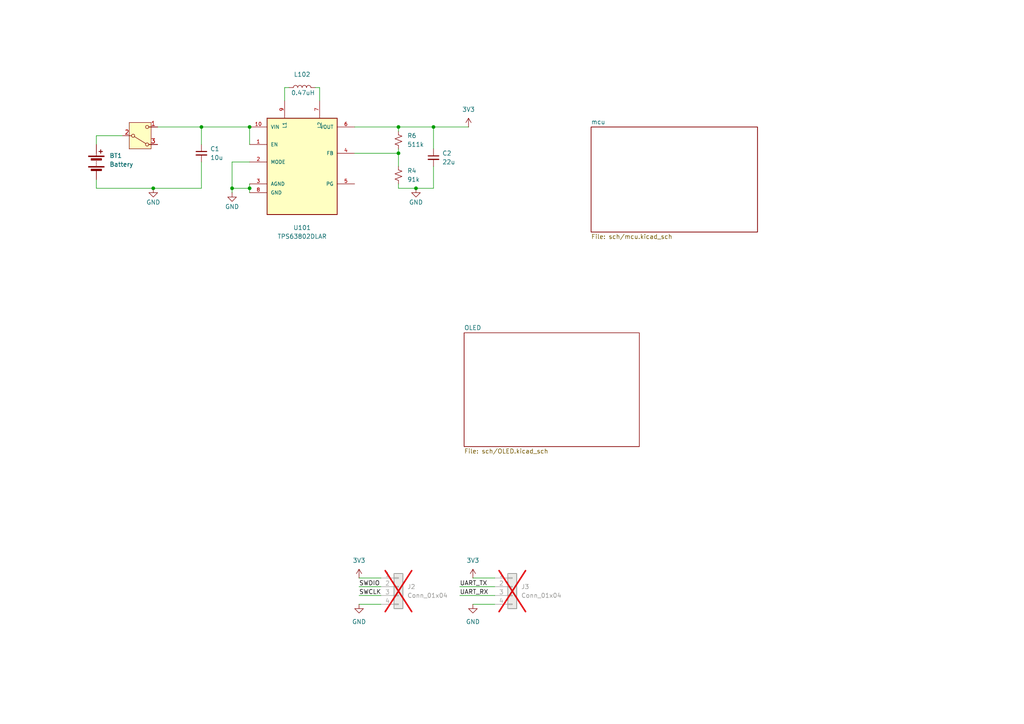
<source format=kicad_sch>
(kicad_sch (version 20250114) (generator "eeschema") (generator_version "9.0")
  (paper "A4")
  (lib_symbols
    (symbol "Bongo-Cat-Fidget-Toy:TPS63802DLAR" (pin_names (offset 1.016))
      (property "Reference" "U" (at -10.16 13.97 0))
      (property "Value" "TPS63802DLAR" (at -10.16 -16.51 0))
      (symbol "TPS63802DLAR_0_0"
        (rectangle (start -10.16 -15.24) (end 10.16 12.7) (stroke (width 0.254)) (fill (type background)))
        (pin input line (at -15.24 10.16 0) (length 5.08) (name "VIN") (number "10"))
        (pin input line (at -15.24 5.08 0) (length 5.08) (name "EN") (number "1"))
        (pin input line (at -15.24 0 0) (length 5.08) (name "MODE") (number "2"))
        (pin power_in line (at -15.24 -6.35 0) (length 5.08) (name "AGND") (number "3"))
        (pin power_in line (at -15.24 -8.89 0) (length 5.08) (name "GND") (number "8"))
        (pin passive line (at -5.08 17.78 270) (length 5.08) (name "L1") (number "9"))
        (pin passive line (at 5.08 17.78 270) (length 5.08) (name "L2") (number "7"))
        (pin output line (at 15.24 10.16 180) (length 5.08) (name "VOUT") (number "6"))
        (pin input line (at 15.24 2.54 180) (length 5.08) (name "FB") (number "4"))
        (pin output line (at 15.24 -6.35 180) (length 5.08) (name "PG") (number "5"))
      )
    )
    (symbol "Connector:USB_C_Receptacle_USB2.0" (pin_names (offset 1.016))
      (property "Reference" "J" (at -10.16 19.05 0))
      (property "Value" "USB_C_Receptacle_USB2.0" (at 19.05 19.05 0))
      (symbol "USB_C_Receptacle_USB2.0_0_0"
        (rectangle (start -0.254 -17.78) (end 0.254 -16.764))
        (rectangle (start 10.16 15.494) (end 9.144 14.986))
        (rectangle (start 10.16 10.414) (end 9.144 9.906))
        (rectangle (start 10.16 7.874) (end 9.144 7.366))
        (rectangle (start 10.16 2.794) (end 9.144 2.286))
        (rectangle (start 10.16 0.254) (end 9.144 -0.254))
        (rectangle (start 10.16 -2.286) (end 9.144 -2.794))
        (rectangle (start 10.16 -4.826) (end 9.144 -5.334))
        (rectangle (start 10.16 -12.446) (end 9.144 -12.954))
        (rectangle (start 10.16 -14.986) (end 9.144 -15.494))
      )
      (symbol "USB_C_Receptacle_USB2.0_0_1"
        (rectangle (start -10.16 17.78) (end 10.16 -17.78) (stroke (width 0.254)) (fill (type background)))
        (polyline (pts (xy -8.89 -3.81) (xy -8.89 3.81)) (stroke (width 0.508)))
        (rectangle (start -7.62 -3.81) (end -6.35 3.81) (stroke (width 0.254)) (fill (type outline)))
        (arc (start -7.62 3.81) (mid -6.985 4.4423) (end -6.35 3.81) (stroke (width 0.254)))
        (arc (start -7.62 3.81) (mid -6.985 4.4423) (end -6.35 3.81) (stroke (width 0.254)) (fill (type outline)))
        (arc (start -8.89 3.81) (mid -6.985 5.7067) (end -5.08 3.81) (stroke (width 0.508)))
        (arc (start -5.08 -3.81) (mid -6.985 -5.7067) (end -8.89 -3.81) (stroke (width 0.508)))
        (arc (start -6.35 -3.81) (mid -6.985 -4.4423) (end -7.62 -3.81) (stroke (width 0.254)))
        (arc (start -6.35 -3.81) (mid -6.985 -4.4423) (end -7.62 -3.81) (stroke (width 0.254)) (fill (type outline)))
        (polyline (pts (xy -5.08 3.81) (xy -5.08 -3.81)) (stroke (width 0.508)))
        (circle (center -2.54 1.143) (radius 0.635) (stroke (width 0.254)) (fill (type outline)))
        (polyline (pts (xy -1.27 4.318) (xy 0 6.858) (xy 1.27 4.318) (xy -1.27 4.318)) (stroke (width 0.254)) (fill (type outline)))
        (polyline (pts (xy 0 -2.032) (xy 2.54 0.508) (xy 2.54 1.778)) (stroke (width 0.508)))
        (polyline (pts (xy 0 -3.302) (xy -2.54 -0.762) (xy -2.54 0.508)) (stroke (width 0.508)))
        (polyline (pts (xy 0 -5.842) (xy 0 4.318)) (stroke (width 0.508)))
        (circle (center 0 -5.842) (radius 1.27) (fill (type outline)))
        (rectangle (start 1.905 1.778) (end 3.175 3.048) (stroke (width 0.254)) (fill (type outline)))
      )
      (symbol "USB_C_Receptacle_USB2.0_1_1"
        (pin passive line (at -7.62 -22.86 90) (length 5.08) (name "SHIELD") (number "S1"))
        (pin passive line (at 0 -22.86 90) (length 5.08) (name "GND") (number "A1"))
        (pin passive line (at 0 -22.86 90) (length 5.08) (hide yes) (name "GND") (number "A12"))
        (pin passive line (at 0 -22.86 90) (length 5.08) (hide yes) (name "GND") (number "B1"))
        (pin passive line (at 0 -22.86 90) (length 5.08) (hide yes) (name "GND") (number "B12"))
        (pin passive line (at 15.24 15.24 180) (length 5.08) (name "VBUS") (number "A4"))
        (pin passive line (at 15.24 15.24 180) (length 5.08) (hide yes) (name "VBUS") (number "A9"))
        (pin passive line (at 15.24 15.24 180) (length 5.08) (hide yes) (name "VBUS") (number "B4"))
        (pin passive line (at 15.24 15.24 180) (length 5.08) (hide yes) (name "VBUS") (number "B9"))
        (pin bidirectional line (at 15.24 10.16 180) (length 5.08) (name "CC1") (number "A5"))
        (pin bidirectional line (at 15.24 7.62 180) (length 5.08) (name "CC2") (number "B5"))
        (pin bidirectional line (at 15.24 2.54 180) (length 5.08) (name "D-") (number "A7"))
        (pin bidirectional line (at 15.24 0 180) (length 5.08) (name "D-") (number "B7"))
        (pin bidirectional line (at 15.24 -2.54 180) (length 5.08) (name "D+") (number "A6"))
        (pin bidirectional line (at 15.24 -5.08 180) (length 5.08) (name "D+") (number "B6"))
        (pin bidirectional line (at 15.24 -12.7 180) (length 5.08) (name "SBU1") (number "A8"))
        (pin bidirectional line (at 15.24 -15.24 180) (length 5.08) (name "SBU2") (number "B8"))
      )
    )
    (symbol "Connector_Generic:Conn_01x04" (pin_names (offset 1.016) (hide yes))
      (property "Reference" "J" (at 0 5.08 0))
      (property "Value" "Conn_01x04" (at 0 -7.62 0))
      (symbol "Conn_01x04_1_1"
        (rectangle (start -1.27 3.81) (end 1.27 -6.35) (stroke (width 0.254)) (fill (type background)))
        (rectangle (start -1.27 2.667) (end 0 2.413) (stroke (width 0.1524)))
        (rectangle (start -1.27 0.127) (end 0 -0.127) (stroke (width 0.1524)))
        (rectangle (start -1.27 -2.413) (end 0 -2.667) (stroke (width 0.1524)))
        (rectangle (start -1.27 -4.953) (end 0 -5.207) (stroke (width 0.1524)))
        (pin passive line (at -5.08 2.54 0) (length 3.81) (name "Pin_1") (number "1"))
        (pin passive line (at -5.08 0 0) (length 3.81) (name "Pin_2") (number "2"))
        (pin passive line (at -5.08 -2.54 0) (length 3.81) (name "Pin_3") (number "3"))
        (pin passive line (at -5.08 -5.08 0) (length 3.81) (name "Pin_4") (number "4"))
      )
    )
    (symbol "Device:Battery" (pin_numbers (hide yes)) (pin_names (offset 0) (hide yes))
      (property "Reference" "BT" (at 2.54 2.54 0))
      (property "Value" "Battery" (at 2.54 0 0))
      (symbol "Battery_0_1"
        (rectangle (start -2.286 1.778) (end 2.286 1.524) (fill (type outline)))
        (rectangle (start -2.286 -1.27) (end 2.286 -1.524) (fill (type outline)))
        (rectangle (start -1.524 1.016) (end 1.524 0.508) (fill (type outline)))
        (rectangle (start -1.524 -2.032) (end 1.524 -2.54) (fill (type outline)))
        (polyline (pts (xy 0 1.778) (xy 0 2.54)))
        (polyline (pts (xy 0 0) (xy 0 0.254)))
        (polyline (pts (xy 0 -0.508) (xy 0 -0.254)))
        (polyline (pts (xy 0 -1.016) (xy 0 -0.762)))
        (polyline (pts (xy 0.762 3.048) (xy 1.778 3.048)) (stroke (width 0.254)))
        (polyline (pts (xy 1.27 3.556) (xy 1.27 2.54)) (stroke (width 0.254)))
      )
      (symbol "Battery_1_1"
        (pin passive line (at 0 5.08 270) (length 2.54) (name "+") (number "1"))
        (pin passive line (at 0 -5.08 90) (length 2.54) (name "-") (number "2"))
      )
    )
    (symbol "Device:C_Small" (pin_numbers (hide yes)) (pin_names (offset 0.254) (hide yes))
      (property "Reference" "C" (at 0.254 1.778 0))
      (property "Value" "C_Small" (at 0.254 -2.032 0))
      (symbol "C_Small_0_1"
        (polyline (pts (xy -1.524 0.508) (xy 1.524 0.508)) (stroke (width 0.3048)))
        (polyline (pts (xy -1.524 -0.508) (xy 1.524 -0.508)) (stroke (width 0.3302)))
      )
      (symbol "C_Small_1_1"
        (pin passive line (at 0 2.54 270) (length 2.032) (name "~") (number "1"))
        (pin passive line (at 0 -2.54 90) (length 2.032) (name "~") (number "2"))
      )
    )
    (symbol "Device:D_Schottky" (pin_numbers (hide yes)) (pin_names (offset 1.016) (hide yes))
      (property "Reference" "D" (at 0 2.54 0))
      (property "Value" "D_Schottky" (at 0 -2.54 0))
      (symbol "D_Schottky_0_1"
        (polyline (pts (xy -1.905 0.635) (xy -1.905 1.27) (xy -1.27 1.27) (xy -1.27 -1.27) (xy -0.635 -1.27) (xy -0.635 -0.635)) (stroke (width 0.254)))
        (polyline (pts (xy 1.27 1.27) (xy 1.27 -1.27) (xy -1.27 0) (xy 1.27 1.27)) (stroke (width 0.254)))
        (polyline (pts (xy 1.27 0) (xy -1.27 0)))
      )
      (symbol "D_Schottky_1_1"
        (pin passive line (at -3.81 0 0) (length 2.54) (name "K") (number "1"))
        (pin passive line (at 3.81 0 180) (length 2.54) (name "A") (number "2"))
      )
    )
    (symbol "Device:L" (pin_numbers (hide yes)) (pin_names (offset 1.016) (hide yes))
      (property "Reference" "L" (at -1.27 0 90))
      (property "Value" "L" (at 1.905 0 90))
      (symbol "L_0_1"
        (arc (start 0 2.54) (mid 0.6323 1.905) (end 0 1.27))
        (arc (start 0 1.27) (mid 0.6323 0.635) (end 0 0))
        (arc (start 0 0) (mid 0.6323 -0.635) (end 0 -1.27))
        (arc (start 0 -1.27) (mid 0.6323 -1.905) (end 0 -2.54))
      )
      (symbol "L_1_1"
        (pin passive line (at 0 3.81 270) (length 1.27) (name "1") (number "1"))
        (pin passive line (at 0 -3.81 90) (length 1.27) (name "2") (number "2"))
      )
    )
    (symbol "Device:Q_PMOS_GSD" (pin_names (offset 0) (hide yes))
      (property "Reference" "Q" (at 5.08 1.27 0))
      (property "Value" "Q_PMOS_GSD" (at 5.08 -1.27 0))
      (symbol "Q_PMOS_GSD_0_1"
        (polyline (pts (xy 0.254 1.905) (xy 0.254 -1.905)) (stroke (width 0.254)))
        (polyline (pts (xy 0.254 0) (xy -2.54 0)))
        (polyline (pts (xy 0.762 2.286) (xy 0.762 1.27)) (stroke (width 0.254)))
        (polyline (pts (xy 0.762 1.778) (xy 3.302 1.778) (xy 3.302 -1.778) (xy 0.762 -1.778)))
        (polyline (pts (xy 0.762 0.508) (xy 0.762 -0.508)) (stroke (width 0.254)))
        (polyline (pts (xy 0.762 -1.27) (xy 0.762 -2.286)) (stroke (width 0.254)))
        (circle (center 1.651 0) (radius 2.794) (stroke (width 0.254)))
        (polyline (pts (xy 2.286 0) (xy 1.27 0.381) (xy 1.27 -0.381) (xy 2.286 0)) (fill (type outline)))
        (polyline (pts (xy 2.54 2.54) (xy 2.54 1.778)))
        (circle (center 2.54 1.778) (radius 0.254) (fill (type outline)))
        (circle (center 2.54 -1.778) (radius 0.254) (fill (type outline)))
        (polyline (pts (xy 2.54 -2.54) (xy 2.54 0) (xy 0.762 0)))
        (polyline (pts (xy 2.794 -0.508) (xy 2.921 -0.381) (xy 3.683 -0.381) (xy 3.81 -0.254)))
        (polyline (pts (xy 3.302 -0.381) (xy 2.921 0.254) (xy 3.683 0.254) (xy 3.302 -0.381)))
      )
      (symbol "Q_PMOS_GSD_1_1"
        (pin input line (at -5.08 0 0) (length 2.54) (name "G") (number "1"))
        (pin passive line (at 2.54 5.08 270) (length 2.54) (name "D") (number "3"))
        (pin passive line (at 2.54 -5.08 90) (length 2.54) (name "S") (number "2"))
      )
    )
    (symbol "Device:R" (pin_numbers (hide yes)) (pin_names (offset 0))
      (property "Reference" "R" (at 2.032 0 90))
      (property "Value" "R" (at 0 0 90))
      (symbol "R_0_1"
        (rectangle (start -1.016 -2.54) (end 1.016 2.54) (stroke (width 0.254)))
      )
      (symbol "R_1_1"
        (pin passive line (at 0 3.81 270) (length 1.27) (name "~") (number "1"))
        (pin passive line (at 0 -3.81 90) (length 1.27) (name "~") (number "2"))
      )
    )
    (symbol "Device:R_Small_US" (pin_numbers (hide yes)) (pin_names (offset 0.254) (hide yes))
      (property "Reference" "R" (at 0.762 0.508 0))
      (property "Value" "R_Small_US" (at 0.762 -1.016 0))
      (symbol "R_Small_US_1_1"
        (polyline (pts (xy 0 1.524) (xy 1.016 1.143) (xy 0 0.762) (xy -1.016 0.381) (xy 0 0)))
        (polyline (pts (xy 0 0) (xy 1.016 -0.381) (xy 0 -0.762) (xy -1.016 -1.143) (xy 0 -1.524)))
        (pin passive line (at 0 2.54 270) (length 1.016) (name "~") (number "1"))
        (pin passive line (at 0 -2.54 90) (length 1.016) (name "~") (number "2"))
      )
    )
    (symbol "Power_Protection:USBLC6-2P6" (pin_names (hide yes))
      (property "Reference" "U" (at 0.635 5.715 0))
      (property "Value" "USBLC6-2P6" (at 0.635 3.81 0))
      (symbol "USBLC6-2P6_0_0"
        (circle (center -1.524 0) (radius 0.0001) (stroke (width 0.508)))
        (circle (center -0.508 2.032) (radius 0.0001) (stroke (width 0.508)))
        (circle (center -0.508 -4.572) (radius 0.0001) (stroke (width 0.508)))
        (circle (center 0.508 2.032) (radius 0.0001) (stroke (width 0.508)))
        (circle (center 0.508 -4.572) (radius 0.0001) (stroke (width 0.508)))
        (circle (center 1.524 -2.54) (radius 0.0001) (stroke (width 0.508)))
      )
      (symbol "USBLC6-2P6_0_1"
        (polyline (pts (xy -2.54 0) (xy 2.54 0)))
        (polyline (pts (xy -2.54 -2.54) (xy 2.54 -2.54)))
        (polyline (pts (xy -2.032 0.508) (xy -1.016 0.508) (xy -1.524 1.524) (xy -2.032 0.508)))
        (polyline (pts (xy -2.032 -3.048) (xy -1.016 -3.048)))
        (polyline (pts (xy -1.016 1.524) (xy -2.032 1.524)))
        (polyline (pts (xy -1.016 -4.064) (xy -2.032 -4.064) (xy -1.524 -3.048) (xy -1.016 -4.064)))
        (polyline (pts (xy -0.508 -1.143) (xy -0.508 -0.762) (xy 0.508 -0.762)))
        (polyline (pts (xy 0 2.54) (xy -0.508 2.032) (xy 0.508 2.032) (xy 0 1.524) (xy 0 -4.064) (xy -0.508 -4.572) (xy 0.508 -4.572) (xy 0 -5.08)))
        (polyline (pts (xy 0.508 -1.778) (xy -0.508 -1.778) (xy 0 -0.762) (xy 0.508 -1.778)))
        (polyline (pts (xy 1.016 1.524) (xy 2.032 1.524)))
        (polyline (pts (xy 1.016 -3.048) (xy 2.032 -3.048)))
        (polyline (pts (xy 2.032 0.508) (xy 1.016 0.508) (xy 1.524 1.524) (xy 2.032 0.508)))
        (polyline (pts (xy 2.032 -4.064) (xy 1.016 -4.064) (xy 1.524 -3.048) (xy 2.032 -4.064)))
      )
      (symbol "USBLC6-2P6_1_1"
        (rectangle (start -2.54 2.794) (end 2.54 -5.334) (stroke (width 0.254)) (fill (type background)))
        (polyline (pts (xy -0.508 2.032) (xy -1.524 2.032) (xy -1.524 -4.572) (xy -0.508 -4.572)))
        (polyline (pts (xy 0.508 -4.572) (xy 1.524 -4.572) (xy 1.524 2.032) (xy 0.508 2.032)))
        (pin passive line (at -5.08 0 0) (length 2.54) (name "I/O1") (number "1"))
        (pin passive line (at -5.08 -2.54 0) (length 2.54) (name "I/O2") (number "3"))
        (pin passive line (at 0 5.08 270) (length 2.54) (name "VBUS") (number "5"))
        (pin passive line (at 0 -7.62 90) (length 2.54) (name "GND") (number "2"))
        (pin passive line (at 5.08 0 180) (length 2.54) (name "I/O1") (number "6"))
        (pin passive line (at 5.08 -2.54 180) (length 2.54) (name "I/O2") (number "4"))
      )
    )
    (symbol "Switch:SW_SPDT_321" (pin_names (offset 1) (hide yes))
      (property "Reference" "SW" (at 0 5.08 0))
      (property "Value" "SW_SPDT_321" (at 0 -5.08 0))
      (symbol "SW_SPDT_321_0_1"
        (circle (center -2.032 0) (radius 0.4572))
        (polyline (pts (xy -1.651 0.254) (xy 1.651 2.286)))
        (circle (center 2.032 2.54) (radius 0.4572))
        (circle (center 2.032 -2.54) (radius 0.4572))
      )
      (symbol "SW_SPDT_321_1_1"
        (rectangle (start -3.175 3.81) (end 3.175 -3.81) (fill (type background)))
        (pin passive line (at -5.08 0 0) (length 2.54) (name "B") (number "2"))
        (pin passive line (at 5.08 2.54 180) (length 2.54) (name "A") (number "3"))
        (pin passive line (at 5.08 -2.54 180) (length 2.54) (name "C") (number "1"))
      )
    )
    (symbol "power:+3.3V" (power) (pin_numbers (hide yes)) (pin_names (offset 0) (hide yes))
      (property "Value" "+3.3V" (at 0 3.556 0))
      (symbol "+3.3V_0_1"
        (polyline (pts (xy -0.762 1.27) (xy 0 2.54)))
        (polyline (pts (xy 0 2.54) (xy 0.762 1.27)))
        (polyline (pts (xy 0 0) (xy 0 2.54)))
      )
      (symbol "+3.3V_1_1"
        (pin power_in line (at 0 0 90) (length 0) (name "~") (number "1"))
      )
    )
    (symbol "power:+BATT" (power) (pin_numbers (hide yes)) (pin_names (offset 0) (hide yes))
      (property "Value" "+BATT" (at 0 3.556 0))
      (symbol "+BATT_0_1"
        (polyline (pts (xy -0.762 1.27) (xy 0 2.54)))
        (polyline (pts (xy 0 2.54) (xy 0.762 1.27)))
        (polyline (pts (xy 0 0) (xy 0 2.54)))
      )
      (symbol "+BATT_1_1"
        (pin power_in line (at 0 0 90) (length 0) (name "~") (number "1"))
      )
    )
    (symbol "power:GND" (power) (pin_numbers (hide yes)) (pin_names (offset 0) (hide yes))
      (property "Value" "GND" (at 0 -3.81 0))
      (symbol "GND_0_1"
        (polyline (pts (xy 0 0) (xy 0 -1.27) (xy 1.27 -1.27) (xy 0 -2.54) (xy -1.27 -1.27) (xy 0 -1.27)))
      )
      (symbol "GND_1_1"
        (pin power_in line (at 0 0 270) (length 0) (name "~") (number "1"))
      )
    )
    (symbol "power:VBUS" (power) (pin_numbers (hide yes)) (pin_names (offset 0) (hide yes))
      (property "Value" "VBUS" (at 0 3.556 0))
      (symbol "VBUS_0_1"
        (polyline (pts (xy -0.762 1.27) (xy 0 2.54)))
        (polyline (pts (xy 0 2.54) (xy 0.762 1.27)))
        (polyline (pts (xy 0 0) (xy 0 2.54)))
      )
      (symbol "VBUS_1_1"
        (pin power_in line (at 0 0 90) (length 0) (name "~") (number "1"))
      )
    )
  )
  (junction (at 120.65 54.61))
  (junction (at 115.57 44.45))
  (junction (at 44.45 54.61))
  (junction (at 58.42 36.83))
  (junction (at 125.73 36.83))
  (junction (at 115.57 36.83))
  (junction (at -10.16 29.21))
  (junction (at 72.39 36.83))
  (junction (at -20.32 40.64))
  (junction (at 72.39 54.61))
  (junction (at 67.31 54.61))
  (junction (at -20.32 35.56))
  (junction (at 44.45 -43.18))
  (junction (at -10.16 40.64))
  (junction (at 44.45 -48.26))
  (wire (pts (xy 92.71 25.4) (xy 92.71 29.21)))
  (wire (pts (xy 115.57 43.18) (xy 115.57 44.45)))
  (wire (pts (xy 104.14 -41.91) (xy 114.3 -41.91)))
  (wire (pts (xy 29.21 -22.86) (xy 29.21 -20.32)))
  (wire (pts (xy 72.39 -55.88) (xy 72.39 -53.34)))
  (wire (pts (xy 58.42 46.99) (xy 58.42 54.61)))
  (wire (pts (xy 99.06 -52.07) (xy 99.06 -49.53)))
  (wire (pts (xy 44.45 -60.96) (xy 50.8 -60.96)))
  (wire (pts (xy 120.65 54.61) (xy 125.73 54.61)))
  (wire (pts (xy 67.31 46.99) (xy 72.39 46.99)))
  (wire (pts (xy 58.42 36.83) (xy 72.39 36.83)))
  (wire (pts (xy 115.57 44.45) (xy 115.57 48.26)))
  (wire (pts (xy 67.31 46.99) (xy 67.31 54.61)))
  (wire (pts (xy 99.06 -36.83) (xy 99.06 -34.29)))
  (wire (pts (xy 115.57 54.61) (xy 120.65 54.61)))
  (wire (pts (xy 104.14 170.18) (xy 110.49 170.18)))
  (wire (pts (xy 125.73 36.83) (xy 125.73 43.18)))
  (wire (pts (xy 72.39 53.34) (xy 72.39 54.61)))
  (wire (pts (xy 104.14 167.64) (xy 110.49 167.64)))
  (wire (pts (xy -5.08 31.75) (xy -5.08 29.21)))
  (wire (pts (xy 21.59 -22.86) (xy 21.59 -20.32)))
  (wire (pts (xy -20.32 35.56) (xy -20.32 40.64)))
  (wire (pts (xy 82.55 25.4) (xy 82.55 29.21)))
  (wire (pts (xy -5.08 39.37) (xy -5.08 40.64)))
  (wire (pts (xy 115.57 53.34) (xy 115.57 54.61)))
  (wire (pts (xy 104.14 175.26) (xy 110.49 175.26)))
  (wire (pts (xy 80.01 -41.91) (xy 93.98 -41.91)))
  (wire (pts (xy 133.35 170.18) (xy 143.51 170.18)))
  (wire (pts (xy 83.82 25.4) (xy 82.55 25.4)))
  (wire (pts (xy 27.94 39.37) (xy 35.56 39.37)))
  (wire (pts (xy 72.39 36.83) (xy 72.39 41.91)))
  (wire (pts (xy 72.39 -45.72) (xy 72.39 -43.18)))
  (wire (pts (xy 102.87 36.83) (xy 115.57 36.83)))
  (wire (pts (xy 44.45 -43.18) (xy 58.42 -43.18)))
  (wire (pts (xy 58.42 36.83) (xy 58.42 41.91)))
  (wire (pts (xy -10.16 29.21) (xy -10.16 30.48)))
  (wire (pts (xy 58.42 36.83) (xy 45.72 36.83)))
  (wire (pts (xy 44.45 -43.18) (xy 44.45 -40.64)))
  (wire (pts (xy 27.94 52.07) (xy 27.94 54.61)))
  (wire (pts (xy -20.32 40.64) (xy -19.05 40.64)))
  (wire (pts (xy 102.87 44.45) (xy 115.57 44.45)))
  (wire (pts (xy 137.16 175.26) (xy 143.51 175.26)))
  (wire (pts (xy -20.32 26.67) (xy -20.32 35.56)))
  (wire (pts (xy 133.35 172.72) (xy 143.51 172.72)))
  (wire (pts (xy 125.73 48.26) (xy 125.73 54.61)))
  (wire (pts (xy 91.44 25.4) (xy 92.71 25.4)))
  (wire (pts (xy -20.32 35.56) (xy -17.78 35.56)))
  (wire (pts (xy 44.45 -55.88) (xy 72.39 -55.88)))
  (wire (pts (xy -11.43 40.64) (xy -10.16 40.64)))
  (wire (pts (xy 44.45 -48.26) (xy 44.45 -45.72)))
  (wire (pts (xy -10.16 29.21) (xy -5.08 29.21)))
  (wire (pts (xy 80.01 -44.45) (xy 93.98 -44.45)))
  (wire (pts (xy -20.32 53.34) (xy -20.32 54.61)))
  (wire (pts (xy 104.14 172.72) (xy 110.49 172.72)))
  (wire (pts (xy 72.39 54.61) (xy 72.39 55.88)))
  (wire (pts (xy 67.31 54.61) (xy 72.39 54.61)))
  (wire (pts (xy -20.32 40.64) (xy -20.32 45.72)))
  (wire (pts (xy -10.16 26.67) (xy -10.16 29.21)))
  (wire (pts (xy 27.94 39.37) (xy 27.94 41.91)))
  (wire (pts (xy 44.45 -48.26) (xy 58.42 -48.26)))
  (wire (pts (xy 44.45 54.61) (xy 58.42 54.61)))
  (wire (pts (xy 115.57 36.83) (xy 125.73 36.83)))
  (wire (pts (xy 63.5 -45.72) (xy 63.5 -43.18)))
  (wire (pts (xy 137.16 167.64) (xy 143.51 167.64)))
  (wire (pts (xy 44.45 -53.34) (xy 63.5 -53.34)))
  (wire (pts (xy 115.57 36.83) (xy 115.57 38.1)))
  (wire (pts (xy 27.94 54.61) (xy 44.45 54.61)))
  (wire (pts (xy 104.14 -44.45) (xy 114.3 -44.45)))
  (wire (pts (xy 67.31 54.61) (xy 67.31 55.88)))
  (wire (pts (xy -10.16 40.64) (xy -5.08 40.64)))
  (wire (pts (xy 125.73 36.83) (xy 135.89 36.83)))
  (label "USB_D_RAW_P" (at 80.01 -41.91 0))
  (label "USB_D_P" (at 105.41 -41.91 0))
  (label "SWDIO" (at 104.14 170.18 0))
  (label "UART_RX" (at 133.35 172.72 0))
  (label "UART_TX" (at 133.35 170.18 0))
  (label "VBUS_IN" (at 99.06 -52.07 90))
  (label "USB_D_N" (at 105.41 -44.45 0))
  (label "VBUS_IN" (at 44.45 -60.96 0))
  (label "USB_D_RAW_P" (at 44.45 -43.18 0))
  (label "SWCLK" (at 104.14 172.72 0))
  (label "USB_D_RAW_N" (at 80.01 -44.45 0))
  (label "USB_D_RAW_N" (at 44.45 -48.26 0))
  (symbol (lib_id "power:GND") (at 44.45 54.61 0) (unit 1)
    (property "Reference" "#PWR0103" (effects (hide yes)))
    (property "Value" "GND" (at 44.45 58.674 0))
    (property "Description" "Power symbol creates a global label with name \"GND\" , ground" (effects (hide yes)))
  )
  (symbol (lib_id "Device:Battery") (at 27.94 46.99 0) (unit 1)
    (property "Reference" "BT1" (at 31.75 45.1484 0) (effects (justify left)))
    (property "Value" "Battery" (at 31.75 47.6884 0) (effects (justify left)))
    (property "Footprint" "Bongo-Cat-Fidget-Toy:BAT-TH_CR2032-BS-6-1" (effects (hide yes)))
    (property "Description" "Multiple-cell battery" (effects (hide yes)))
    (property "LCSC" "C70377" (effects (hide yes)))
  )
  (symbol (lib_id "Device:R") (at 63.5 -49.53 0) (unit 1)
    (property "Reference" "R1" (at 66.04 -50.8 0) (effects (justify left)))
    (property "Value" "5.1k" (at 66.04 -48.26 0) (effects (justify left)))
    (property "Footprint" "Resistor_SMD:R_0603_1608Metric" (effects (hide yes)))
    (property "Description" "Resistor" (effects (hide yes)))
    (property "LCSC" "C407575 " (effects (hide yes)))
  )
  (symbol (lib_id "power:GND") (at 99.06 -34.29 0) (unit 1)
    (property "Reference" "#PWR05" (effects (hide yes)))
    (property "Value" "GND" (at 99.06 -29.21 0))
    (property "Description" "Power symbol creates a global label with name \"GND\" , ground" (effects (hide yes)))
  )
  (symbol (lib_id "power:+3.3V") (at 104.14 167.64 0) (unit 1)
    (property "Reference" "#PWR029" (effects (hide yes)))
    (property "Value" "3V3" (at 104.14 162.56 0))
    (property "Description" "Power symbol creates a global label with name \"+3.3V\"" (effects (hide yes)))
  )
  (symbol (lib_id "Device:C_Small") (at 58.42 44.45 0) (unit 1)
    (property "Reference" "C1" (at 60.96 43.1862 0) (effects (justify left)))
    (property "Value" "10u" (at 60.96 45.7262 0) (effects (justify left)))
    (property "Footprint" "Capacitor_SMD:C_0603_1608Metric" (effects (hide yes)))
    (property "LCSC" "C95839" (effects (hide yes)))
  )
  (symbol (lib_id "Switch:SW_SPDT_321") (at 40.64 39.37 0) (mirror x) (unit 1)
    (property "Reference" "SW5" (effects (hide yes)))
    (property "Value" "SW_SPDT_321" (effects (hide yes)))
    (property "Footprint" "Bongo-Cat-Fidget-Toy:SW-SMD_SK-3245S-L1-A-1" (effects (hide yes)))
    (property "Description" "Switch, single pole double throw" (effects (hide yes)))
    (property "LCSC" "C405951" (effects (hide yes)))
  )
  (symbol (lib_id "power:GND") (at 137.16 175.26 0) (unit 1)
    (property "Reference" "#PWR032" (effects (hide yes)))
    (property "Value" "GND" (at 137.16 180.34 0))
    (property "Description" "Power symbol creates a global label with name \"GND\" , ground" (effects (hide yes)))
  )
  (symbol (lib_id "power:GND") (at 67.31 55.88 0) (unit 1)
    (property "Reference" "#PWR0104" (effects (hide yes)))
    (property "Value" "GND" (at 67.31 59.944 0))
    (property "Description" "Power symbol creates a global label with name \"GND\" , ground" (effects (hide yes)))
  )
  (symbol (lib_id "power:GND") (at 104.14 175.26 0) (unit 1)
    (property "Reference" "#PWR030" (effects (hide yes)))
    (property "Value" "GND" (at 104.14 180.34 0))
    (property "Description" "Power symbol creates a global label with name \"GND\" , ground" (effects (hide yes)))
  )
  (symbol (lib_id "Connector_Generic:Conn_01x04") (at 148.59 170.18 0) (unit 1) (in_bom no) (dnp yes)
    (property "Reference" "J3" (at 151.13 170.1799 0) (effects (justify left)))
    (property "Value" "Conn_01x04" (at 151.13 172.7199 0) (effects (justify left)))
    (property "Footprint" "Connector_PinHeader_2.54mm:PinHeader_1x04_P2.54mm_Horizontal" (effects (hide yes)))
    (property "Description" "Generic connector, single row, 01x04, script generated (kicad-library-utils/schlib/autogen/connector/)" (effects (hide yes)))
    (property "LCSC" "C91552" (effects (hide yes)))
  )
  (symbol (lib_id "Bongo-Cat-Fidget-Toy:TPS63802DLAR") (at 87.63 46.99 0) (unit 1)
    (property "Reference" "U101" (at 87.63 66.04 0))
    (property "Value" "TPS63802DLAR" (at 87.63 68.58 0))
    (property "Footprint" "Bongo-Cat-Fidget-Toy:VREG_TPS63802DLAR" (effects (hide yes)))
    (property "MF" "Texas Instruments" (effects (hide yes)))
    (property "MAXIMUM_PACKAGE_HEIGHT" "1.0 mm" (effects (hide yes)))
    (property "Package" "VSON-HR-10 Texas Instruments" (effects (hide yes)))
    (property "Price" "None" (effects (hide yes)))
    (property "Check_prices" "https://www.snapeda.com/parts/TPS63802DLAR/Texas+Instruments/view-part/?ref=eda" (effects (hide yes)))
    (property "STANDARD" "Manufacturer Recommendations" (effects (hide yes)))
    (property "PARTREV" "B" (effects (hide yes)))
    (property "SnapEDA_Link" "https://www.snapeda.com/parts/TPS63802DLAR/Texas+Instruments/view-part/?ref=snap" (effects (hide yes)))
    (property "MP" "TPS63802DLAR" (effects (hide yes)))
    (property "Purchase-URL" "https://www.snapeda.com/api/url_track_click_mouser/?unipart_id=4449206&manufacturer=Texas Instruments&part_name=TPS63802DLAR&search_term=tps63802" (effects (hide yes)))
    (property "Description_1" "\n2-A, high-efficient, 11-µA quiescent current buck-boost converter in QFN/DFN package\n" (effects (hide yes)))
    (property "Availability" "In Stock" (effects (hide yes)))
    (property "MANUFACTURER" "Texas Instruments" (effects (hide yes)))
    (property "LCSC" "C2845237" (effects (hide yes)))
  )
  (symbol (lib_id "Connector_Generic:Conn_01x04") (at 115.57 170.18 0) (unit 1) (in_bom no) (dnp yes)
    (property "Reference" "J2" (at 118.11 170.1799 0) (effects (justify left)))
    (property "Value" "Conn_01x04" (at 118.11 172.7199 0) (effects (justify left)))
    (property "Footprint" "Connector_PinHeader_2.54mm:PinHeader_1x04_P2.54mm_Horizontal" (effects (hide yes)))
    (property "Description" "Generic connector, single row, 01x04, script generated (kicad-library-utils/schlib/autogen/connector/)" (effects (hide yes)))
    (property "LCSC" "C91552" (effects (hide yes)))
  )
  (symbol (lib_id "power:GND") (at 120.65 54.61 0) (unit 1)
    (property "Reference" "#PWR0105" (effects (hide yes)))
    (property "Value" "GND" (at 120.65 58.674 0))
    (property "Description" "Power symbol creates a global label with name \"GND\" , ground" (effects (hide yes)))
  )
  (symbol (lib_id "Device:C_Small") (at 125.73 45.72 0) (unit 1)
    (property "Reference" "C2" (at 128.27 44.4563 0) (effects (justify left)))
    (property "Value" "22u" (at 128.27 46.9963 0) (effects (justify left)))
    (property "Footprint" "Capacitor_SMD:C_0603_1608Metric" (effects (hide yes)))
    (property "LCSC" "C59461" (effects (hide yes)))
  )
  (symbol (lib_id "Device:R") (at -20.32 49.53 0) (unit 1)
    (property "Reference" "R5" (at -17.78 48.26 0) (effects (justify left)))
    (property "Value" "10k" (at -17.78 50.8 0) (effects (justify left)))
    (property "Footprint" "Resistor_SMD:R_0603_1608Metric" (effects (hide yes)))
    (property "Description" "Resistor" (effects (hide yes)))
    (property "LCSC" "C103199 " (effects (hide yes)))
  )
  (symbol (lib_id "Device:L") (at 87.63 25.4 90) (unit 1)
    (property "Reference" "L102" (at 87.63 21.59 90))
    (property "Value" "0.47uH" (at 87.884 26.924 90))
    (property "Footprint" "Inductor_SMD_Wurth:L_Wurth_WE-LQSH-2010" (effects (hide yes)))
    (property "Description" "Inductor" (effects (hide yes)))
    (property "LCSC" "C89446" (effects (hide yes)))
  )
  (symbol (lib_id "power:GND") (at 29.21 -20.32 0) (unit 1)
    (property "Reference" "#PWR011" (effects (hide yes)))
    (property "Value" "GND" (at 29.21 -15.24 0))
    (property "Description" "Power symbol creates a global label with name \"GND\" , ground" (effects (hide yes)))
  )
  (symbol (lib_id "Connector:USB_C_Receptacle_USB2.0") (at 29.21 -45.72 0) (unit 1)
    (property "Reference" "J4" (at 29.21 -68.58 0))
    (property "Value" "USB_C_Receptacle_USB2.0" (at 29.21 -66.04 0))
    (property "Footprint" "Connector_USB:USB_C_Receptacle_HCTL_HC-TYPE-C-16P-01A" (effects (hide yes)))
    (property "Datasheet" "https://www.usb.org/sites/default/files/documents/usb_type-c.zip" (effects (hide yes)))
    (property "LCSC" " C2894897" (effects (hide yes)))
  )
  (symbol (lib_id "power:+3.3V") (at 135.89 36.83 0) (unit 1)
    (property "Reference" "#PWR06" (effects (hide yes)))
    (property "Value" "3V3" (at 135.89 31.75 0))
    (property "Description" "Power symbol creates a global label with name \"+3.3V\"" (effects (hide yes)))
  )
  (symbol (lib_id "Device:D_Schottky") (at -15.24 40.64 180) (unit 1)
    (property "Reference" "D1" (at -15.24 43.688 0))
    (property "Value" "D_Schottky" (effects (hide yes)))
    (property "Footprint" "Diode_SMD:D_SOD-123F" (effects (hide yes)))
    (property "Description" "Schottky diode" (effects (hide yes)))
    (property "LCSC" "C50553" (effects (hide yes)))
  )
  (symbol (lib_id "Device:R") (at 72.39 -49.53 0) (unit 1)
    (property "Reference" "R7" (at 74.93 -50.8 0) (effects (justify left)))
    (property "Value" "5.1k" (at 74.93 -48.26 0) (effects (justify left)))
    (property "Footprint" "Resistor_SMD:R_0603_1608Metric" (effects (hide yes)))
    (property "Description" "Resistor" (effects (hide yes)))
    (property "LCSC" "C407575 " (effects (hide yes)))
  )
  (symbol (lib_id "power:VBUS") (at -20.32 26.67 0) (unit 1)
    (property "Reference" "#PWR04" (effects (hide yes)))
    (property "Value" "VBUS" (at -20.32 21.59 0))
    (property "Description" "Power symbol creates a global label with name \"VBUS\"" (effects (hide yes)))
  )
  (symbol (lib_id "Device:D_Schottky") (at -5.08 35.56 90) (unit 1) (in_bom no) (dnp yes)
    (property "Reference" "D3" (at -2.032 35.56 0))
    (property "Value" "D_Schottky" (effects (hide yes)))
    (property "Footprint" "Diode_SMD:D_SOD-123F" (effects (hide yes)))
    (property "Description" "Schottky diode" (effects (hide yes)))
    (property "LCSC" "C50553" (effects (hide yes)))
  )
  (symbol (lib_id "power:GND") (at 63.5 -43.18 0) (unit 1)
    (property "Reference" "#PWR02" (effects (hide yes)))
    (property "Value" "GND" (at 63.5 -38.1 0))
    (property "Description" "Power symbol creates a global label with name \"GND\" , ground" (effects (hide yes)))
  )
  (symbol (lib_id "Power_Protection:USBLC6-2P6") (at 99.06 -44.45 0) (unit 1)
    (property "Reference" "U2" (at 100.7111 -52.07 0) (effects (justify left)))
    (property "Value" "USBLC6-2P6" (at 100.7111 -49.53 0) (effects (justify left)))
    (property "Footprint" "Package_TO_SOT_SMD:SOT-666" (effects (hide yes)))
    (property "Datasheet" "https://www.st.com/resource/en/datasheet/usblc6-2.pdf" (effects (hide yes)))
    (property "Description" "Very low capacitance ESD protection diode, 2 data-line, SOT-666" (effects (hide yes)))
    (property "LCSC" "C2827693" (effects (hide yes)))
  )
  (symbol (lib_id "Device:R_Small_US") (at 115.57 50.8 0) (unit 1)
    (property "Reference" "R4" (at 118.11 49.5299 0) (effects (justify left)))
    (property "Value" "91k" (at 118.11 52.0699 0) (effects (justify left)))
    (property "Footprint" "Resistor_SMD:R_0603_1608Metric" (effects (hide yes)))
    (property "Description" "Resistor, small US symbol" (effects (hide yes)))
    (property "LCSC" "C326721" (effects (hide yes)))
  )
  (symbol (lib_id "power:GND") (at 72.39 -43.18 0) (unit 1)
    (property "Reference" "#PWR010" (effects (hide yes)))
    (property "Value" "GND" (at 72.39 -38.1 0))
    (property "Description" "Power symbol creates a global label with name \"GND\" , ground" (effects (hide yes)))
  )
  (symbol (lib_id "power:+BATT") (at -10.16 26.67 0) (unit 1)
    (property "Reference" "#PWR03" (effects (hide yes)))
    (property "Value" "+BATT" (at -10.16 21.59 0))
    (property "Description" "Power symbol creates a global label with name \"+BATT\"" (effects (hide yes)))
  )
  (symbol (lib_id "power:GND") (at 21.59 -20.32 0) (unit 1)
    (property "Reference" "#PWR01" (effects (hide yes)))
    (property "Value" "GND" (at 21.59 -15.24 0))
    (property "Description" "Power symbol creates a global label with name \"GND\" , ground" (effects (hide yes)))
  )
  (symbol (lib_id "Device:R_Small_US") (at 115.57 40.64 0) (unit 1)
    (property "Reference" "R6" (at 118.11 39.3699 0) (effects (justify left)))
    (property "Value" "511k" (at 118.11 41.9099 0) (effects (justify left)))
    (property "Footprint" "Resistor_SMD:R_0603_1608Metric" (effects (hide yes)))
    (property "Description" "Resistor, small US symbol" (effects (hide yes)))
    (property "LCSC" "C2684557" (effects (hide yes)))
  )
  (symbol (lib_id "power:GND") (at -20.32 54.61 0) (unit 1)
    (property "Reference" "#PWR047" (effects (hide yes)))
    (property "Value" "GND" (at -20.32 59.69 0))
    (property "Description" "Power symbol creates a global label with name \"GND\" , ground" (effects (hide yes)))
  )
  (symbol (lib_id "Device:Q_PMOS_GSD") (at -12.7 35.56 0) (unit 1)
    (property "Reference" "Q1" (at -15.748 32.258 0) (effects (justify left)))
    (property "Value" "DMG3415U" (effects (hide yes)))
    (property "Footprint" "Package_TO_SOT_SMD:SOT-23" (effects (hide yes)))
    (property "Description" "P-MOSFET transistor, gate/source/drain" (effects (hide yes)))
    (property "LCSC" "C96616" (effects (hide yes)))
  )
  (symbol (lib_id "power:+3.3V") (at 137.16 167.64 0) (unit 1)
    (property "Reference" "#PWR031" (effects (hide yes)))
    (property "Value" "3V3" (at 137.16 162.56 0))
    (property "Description" "Power symbol creates a global label with name \"+3.3V\"" (effects (hide yes)))
  )
  (sheet (at 171.45 36.83) (size 48.26 30.48) (stroke (width 0.1524))
    (property "Sheetname" "mcu" (at 171.45 36.1184 0) (effects (justify left bottom)))
    (property "Sheetfile" "sch/mcu.kicad_sch" (at 171.45 67.8946 0) (effects (justify left top)))
  )
  (sheet (at 134.62 96.52) (size 50.8 33.02) (stroke (width 0.1524))
    (property "Sheetname" "OLED" (at 134.62 95.8084 0) (effects (justify left bottom)))
    (property "Sheetfile" "sch/OLED.kicad_sch" (at 134.62 130.1246 0) (effects (justify left top)))
  )
)
</source>
